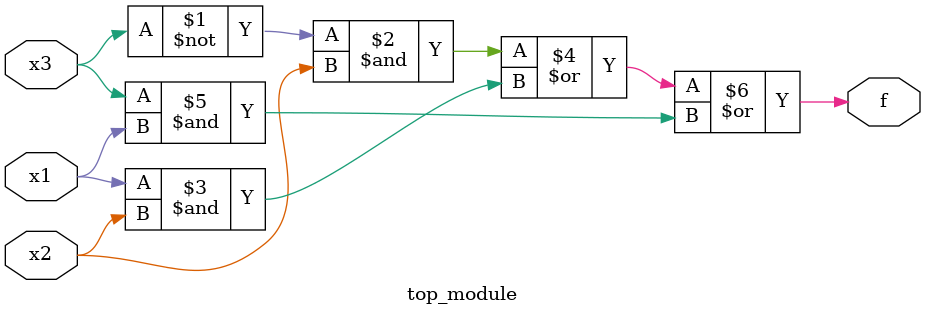
<source format=v>
module top_module( 
    input x3,
    input x2,
    input x1,  // three inputs
    output f   // one output
);
    assign f = (~x3&x2 ) | (x1&x2) | (x3&x1) ; 
endmodule

</source>
